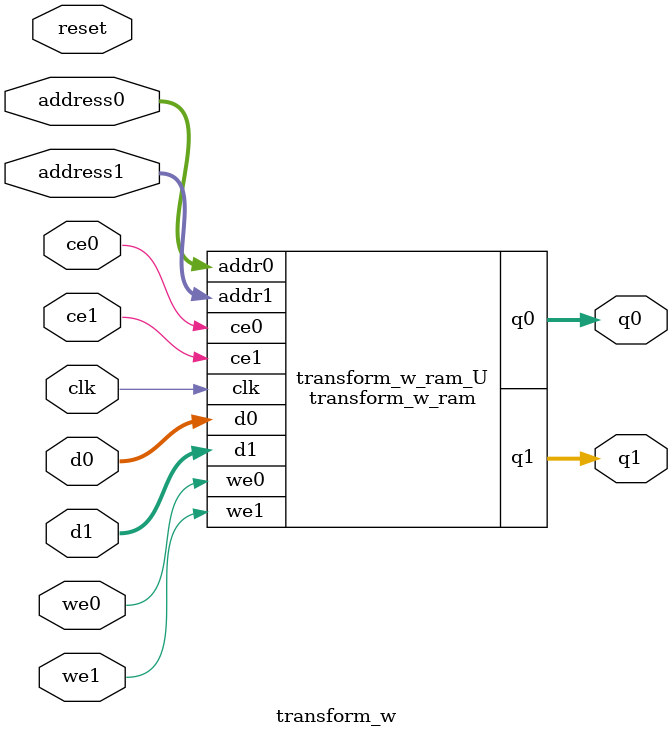
<source format=v>

`timescale 1 ns / 1 ps
module transform_w_ram (addr0, ce0, d0, we0, q0, addr1, ce1, d1, we1, q1,  clk);

parameter DWIDTH = 32;
parameter AWIDTH = 6;
parameter MEM_SIZE = 64;

input[AWIDTH-1:0] addr0;
input ce0;
input[DWIDTH-1:0] d0;
input we0;
output reg[DWIDTH-1:0] q0;
input[AWIDTH-1:0] addr1;
input ce1;
input[DWIDTH-1:0] d1;
input we1;
output reg[DWIDTH-1:0] q1;
input clk;

(* ram_style = "block" *)reg [DWIDTH-1:0] ram[0:MEM_SIZE-1];




always @(posedge clk)  
begin 
    if (ce0) 
    begin
        if (we0) 
        begin 
            ram[addr0] <= d0; 
            q0 <= d0;
        end 
        else 
            q0 <= ram[addr0];
    end
end


always @(posedge clk)  
begin 
    if (ce1) 
    begin
        if (we1) 
        begin 
            ram[addr1] <= d1; 
            q1 <= d1;
        end 
        else 
            q1 <= ram[addr1];
    end
end


endmodule


`timescale 1 ns / 1 ps
module transform_w(
    reset,
    clk,
    address0,
    ce0,
    we0,
    d0,
    q0,
    address1,
    ce1,
    we1,
    d1,
    q1);

parameter DataWidth = 32'd32;
parameter AddressRange = 32'd64;
parameter AddressWidth = 32'd6;
input reset;
input clk;
input[AddressWidth - 1:0] address0;
input ce0;
input we0;
input[DataWidth - 1:0] d0;
output[DataWidth - 1:0] q0;
input[AddressWidth - 1:0] address1;
input ce1;
input we1;
input[DataWidth - 1:0] d1;
output[DataWidth - 1:0] q1;



transform_w_ram transform_w_ram_U(
    .clk( clk ),
    .addr0( address0 ),
    .ce0( ce0 ),
    .d0( d0 ),
    .we0( we0 ),
    .q0( q0 ),
    .addr1( address1 ),
    .ce1( ce1 ),
    .d1( d1 ),
    .we1( we1 ),
    .q1( q1 ));

endmodule


</source>
